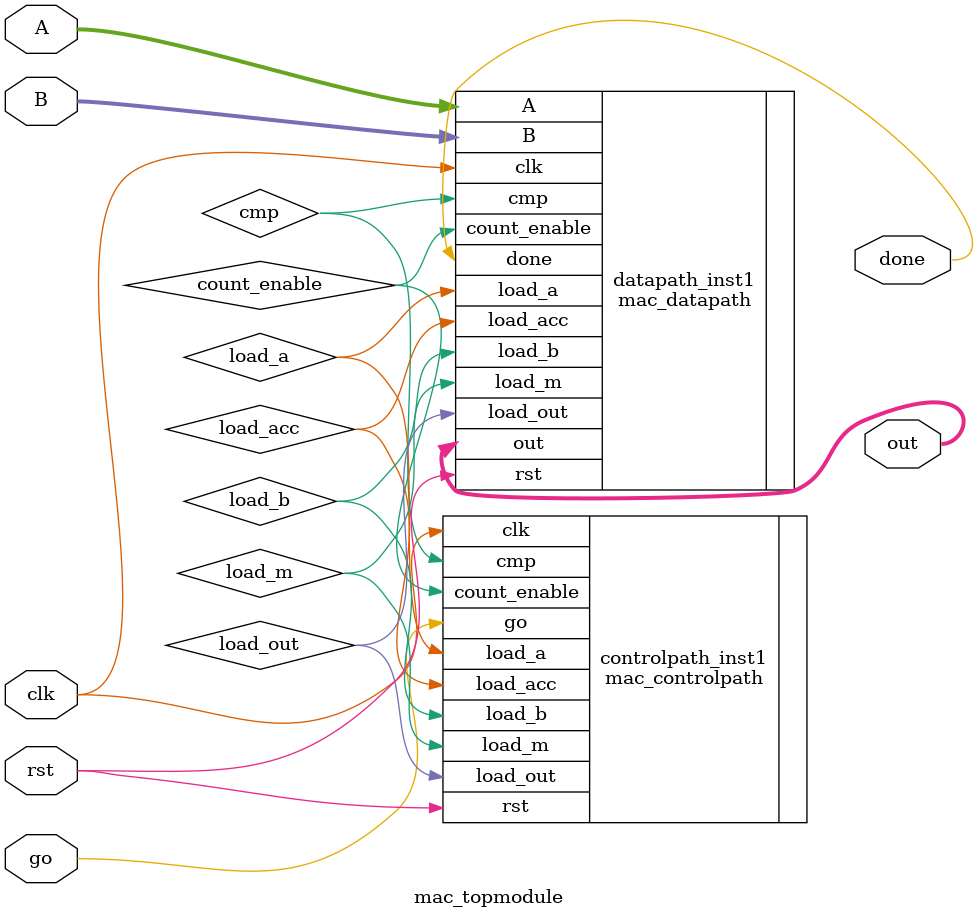
<source format=v>
/* 
Developed by : Vecha Sathwik
Date : 17/01/2025
Version : Beta
Rev : 1.0
Status : Working
Updates : Synchronous flow of data without pipeline
*/
`include "mac_controlpath.v"
`include "mac_datapath.v"
`timescale 1ns / 1ps
module mac_topmodule (
    input clk,
    input rst,
    input [3:0] A,
    input [3:0] B,
    input go,
    output [11:0] out,
    output done
);

//Internal Signals
wire load_a;
wire load_b;
wire load_m;
wire load_acc;
wire load_out;
wire cmp;
wire count_enable;

//Instantiate the datapath and controlpath
mac_datapath datapath_inst1(
    .rst(rst),
    .clk(clk),
    .A(A),
    .B(B),
    .load_a(load_a),
    .load_b(load_b),
    .load_m(load_m),
    .load_acc(load_acc),
    .load_out(load_out),
    .count_enable(count_enable),
    .out(out),
    .cmp(cmp),
    .done(done)
);

mac_controlpath controlpath_inst1(
    .clk(clk),
    .rst(rst),
    .go(go),
    .cmp(cmp),
    .load_a(load_a),
    .load_b(load_b),
    .load_m(load_m),
    .load_acc(load_acc),
    .load_out(load_out),
    .count_enable(count_enable)
);
    
endmodule
</source>
